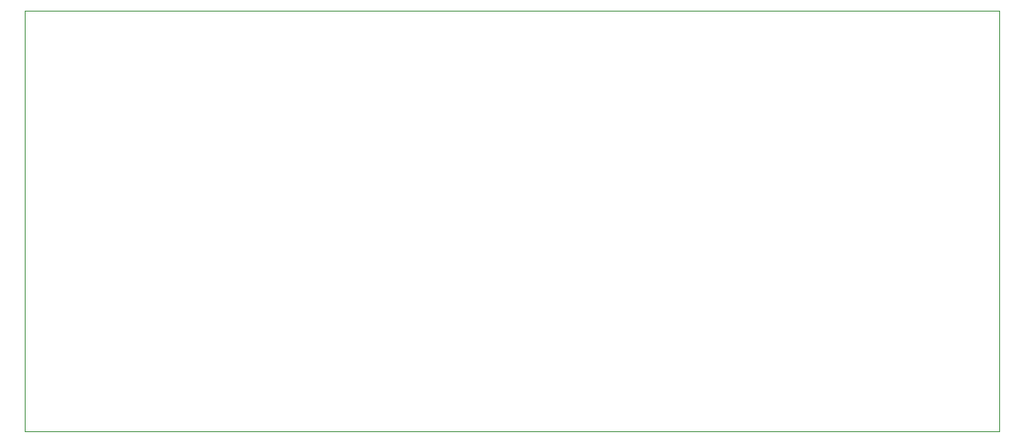
<source format=gbr>
%TF.GenerationSoftware,KiCad,Pcbnew,9.0.3*%
%TF.CreationDate,2025-10-17T11:05:45+02:00*%
%TF.ProjectId,PCB_Driver_Stepper,5043425f-4472-4697-9665-725f53746570,rev?*%
%TF.SameCoordinates,Original*%
%TF.FileFunction,Profile,NP*%
%FSLAX46Y46*%
G04 Gerber Fmt 4.6, Leading zero omitted, Abs format (unit mm)*
G04 Created by KiCad (PCBNEW 9.0.3) date 2025-10-17 11:05:45*
%MOMM*%
%LPD*%
G01*
G04 APERTURE LIST*
%TA.AperFunction,Profile*%
%ADD10C,0.050000*%
%TD*%
G04 APERTURE END LIST*
D10*
X87355000Y-65800000D02*
X187355000Y-65800000D01*
X187355000Y-108960000D01*
X87355000Y-108960000D01*
X87355000Y-65800000D01*
M02*

</source>
